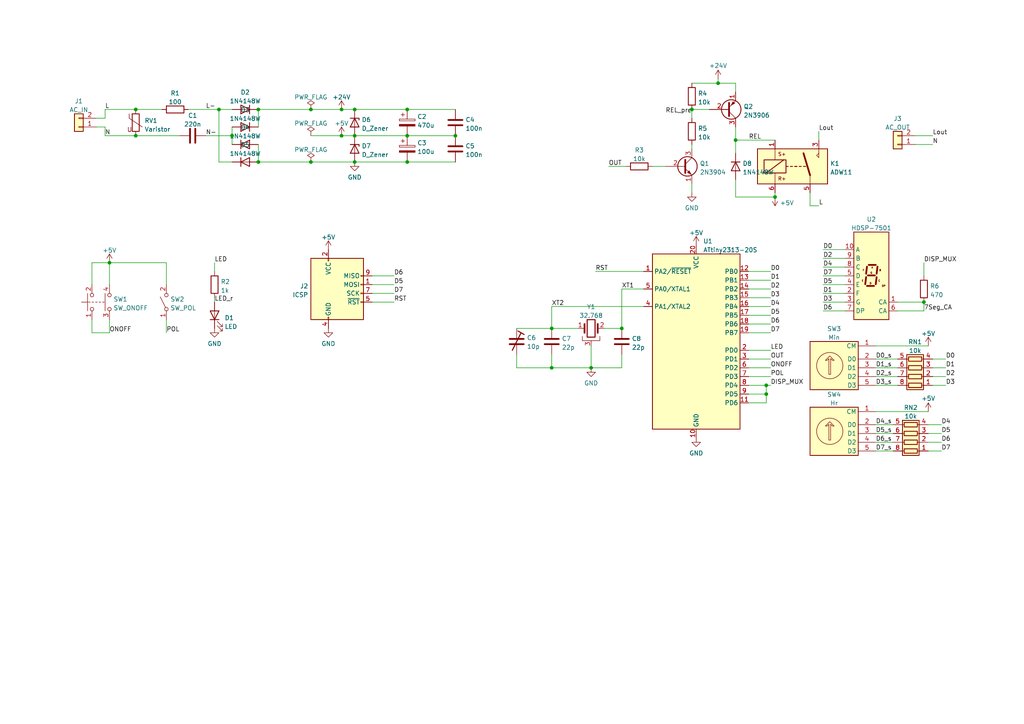
<source format=kicad_sch>
(kicad_sch (version 20211123) (generator eeschema)
  (paper "A4")
  (lib_symbols
    (symbol "Connector:AVR-ISP-10" (pin_names (offset 1.016))
      (property "Reference" "J" (at -6.35 11.43 0))
      (property "Value" "AVR-ISP-10" (at 0 11.43 0))
      (symbol "AVR-ISP-10_0_1"
        (rectangle (start -2.667 -6.858) (end -2.413 -7.62))
        (rectangle (start -2.667 10.16) (end -2.413 9.398))
        (rectangle (start 7.62 -2.413) (end 6.858 -2.667))
        (rectangle (start 7.62 0.127) (end 6.858 -0.127))
        (rectangle (start 7.62 2.667) (end 6.858 2.413))
        (rectangle (start 7.62 5.207) (end 6.858 4.953))
        (rectangle (start 7.62 10.16) (end -7.62 -7.62) (stroke (width 0.254)) (fill (type background)))
      )
      (symbol "AVR-ISP-10_1_1"
        (pin passive line (at 10.16 2.54 180) (length 2.54) (name "MOSI") (number "1"))
        (pin passive line (at -2.54 -10.16 90) (length 2.54) hide (name "GND") (number "10"))
        (pin passive line (at -2.54 12.7 270) (length 2.54) (name "VCC") (number "2"))
        (pin no_connect line (at 7.62 -5.08 180) (length 2.54) hide (name "NC") (number "3"))
        (pin passive line (at -2.54 -10.16 90) (length 2.54) (name "GND") (number "4"))
        (pin passive line (at 10.16 -2.54 180) (length 2.54) (name "~{RST}") (number "5"))
        (pin passive line (at -2.54 -10.16 90) (length 2.54) hide (name "GND") (number "6"))
        (pin passive line (at 10.16 0 180) (length 2.54) (name "SCK") (number "7"))
        (pin passive line (at -2.54 -10.16 90) (length 2.54) hide (name "GND") (number "8"))
        (pin passive line (at 10.16 5.08 180) (length 2.54) (name "MISO") (number "9"))
      )
    )
    (symbol "Connector_Generic:Conn_01x02" (pin_names (offset 1.016) hide)
      (property "Reference" "J" (at 0 2.54 0))
      (property "Value" "Conn_01x02" (at 0 -5.08 0))
      (symbol "Conn_01x02_1_1"
        (rectangle (start -1.27 -2.413) (end 0 -2.667) (stroke (width 0.1524)))
        (rectangle (start -1.27 0.127) (end 0 -0.127) (stroke (width 0.1524)))
        (rectangle (start -1.27 1.27) (end 1.27 -3.81) (stroke (width 0.254)) (fill (type background)))
        (pin passive line (at -5.08 0 0) (length 3.81) (name "Pin_1") (number "1"))
        (pin passive line (at -5.08 -2.54 0) (length 3.81) (name "Pin_2") (number "2"))
      )
    )
    (symbol "Device:C" (pin_numbers hide) (pin_names (offset 0.254))
      (property "Reference" "C" (at 0.635 2.54 0))
      (property "Value" "C" (at 0.635 -2.54 0))
      (symbol "C_0_1"
        (polyline (pts (xy -2.032 -0.762) (xy 2.032 -0.762)) (stroke (width 0.508)))
        (polyline (pts (xy -2.032 0.762) (xy 2.032 0.762)) (stroke (width 0.508)))
      )
      (symbol "C_1_1"
        (pin passive line (at 0 3.81 270) (length 2.794) (name "~") (number "1"))
        (pin passive line (at 0 -3.81 90) (length 2.794) (name "~") (number "2"))
      )
    )
    (symbol "Device:C_Polarized" (pin_numbers hide) (pin_names (offset 0.254))
      (property "Reference" "C" (at 0.635 2.54 0))
      (property "Value" "C_Polarized" (at 0.635 -2.54 0))
      (symbol "C_Polarized_0_1"
        (rectangle (start -2.286 0.508) (end 2.286 1.016))
        (polyline (pts (xy -1.778 2.286) (xy -0.762 2.286)))
        (polyline (pts (xy -1.27 2.794) (xy -1.27 1.778)))
        (rectangle (start 2.286 -0.508) (end -2.286 -1.016) (fill (type outline)))
      )
      (symbol "C_Polarized_1_1"
        (pin passive line (at 0 3.81 270) (length 2.794) (name "~") (number "1"))
        (pin passive line (at 0 -3.81 90) (length 2.794) (name "~") (number "2"))
      )
    )
    (symbol "Device:C_Trim" (pin_numbers hide) (pin_names (offset 0.254) hide)
      (property "Reference" "C" (at 1.524 -2.032 0))
      (property "Value" "C_Trim" (at 3.048 -3.556 0))
      (symbol "C_Trim_0_1"
        (polyline (pts (xy -2.032 -0.762) (xy 2.032 -0.762)) (stroke (width 0.508)))
        (polyline (pts (xy -2.032 0.762) (xy 2.032 0.762)) (stroke (width 0.508)))
        (polyline (pts (xy 1.27 2.54) (xy -1.27 -2.54)) (stroke (width 0.3048)))
        (polyline (pts (xy 1.27 2.54) (xy 0.381 3.048)) (stroke (width 0.3048)))
        (polyline (pts (xy 1.27 2.54) (xy 2.159 2.032)) (stroke (width 0.3048)))
      )
      (symbol "C_Trim_1_1"
        (pin passive line (at 0 3.81 270) (length 3.048) (name "~") (number "1"))
        (pin passive line (at 0 -3.81 90) (length 3.048) (name "~") (number "2"))
      )
    )
    (symbol "Device:Crystal_GND3" (pin_names (offset 1.016) hide)
      (property "Reference" "Y" (at 0 5.715 0))
      (property "Value" "Crystal_GND3" (at 0 3.81 0))
      (symbol "Crystal_GND3_0_1"
        (rectangle (start -1.143 2.54) (end 1.143 -2.54) (stroke (width 0.3048)))
        (polyline (pts (xy -2.54 0) (xy -1.905 0)))
        (polyline (pts (xy -1.905 -1.27) (xy -1.905 1.27)) (stroke (width 0.508)))
        (polyline (pts (xy 0 -3.81) (xy 0 -3.556)))
        (polyline (pts (xy 1.905 0) (xy 2.54 0)))
        (polyline (pts (xy 1.905 1.27) (xy 1.905 -1.27)) (stroke (width 0.508)))
        (polyline (pts (xy -2.54 -2.286) (xy -2.54 -3.556) (xy 2.54 -3.556) (xy 2.54 -2.286)))
      )
      (symbol "Crystal_GND3_1_1"
        (pin passive line (at -3.81 0 0) (length 1.27) (name "1") (number "1"))
        (pin passive line (at 3.81 0 180) (length 1.27) (name "2") (number "2"))
        (pin passive line (at 0 -5.08 90) (length 1.27) (name "3") (number "3"))
      )
    )
    (symbol "Device:D_Zener" (pin_numbers hide) (pin_names (offset 1.016) hide)
      (property "Reference" "D" (at 0 2.54 0))
      (property "Value" "D_Zener" (at 0 -2.54 0))
      (symbol "D_Zener_0_1"
        (polyline (pts (xy 1.27 0) (xy -1.27 0)))
        (polyline (pts (xy -1.27 -1.27) (xy -1.27 1.27) (xy -0.762 1.27)) (stroke (width 0.254)))
        (polyline (pts (xy 1.27 -1.27) (xy 1.27 1.27) (xy -1.27 0) (xy 1.27 -1.27)) (stroke (width 0.254)))
      )
      (symbol "D_Zener_1_1"
        (pin passive line (at -3.81 0 0) (length 2.54) (name "K") (number "1"))
        (pin passive line (at 3.81 0 180) (length 2.54) (name "A") (number "2"))
      )
    )
    (symbol "Device:LED" (pin_numbers hide) (pin_names (offset 1.016) hide)
      (property "Reference" "D" (at 0 2.54 0))
      (property "Value" "LED" (at 0 -2.54 0))
      (symbol "LED_0_1"
        (polyline (pts (xy -1.27 -1.27) (xy -1.27 1.27)) (stroke (width 0.254)))
        (polyline (pts (xy -1.27 0) (xy 1.27 0)))
        (polyline (pts (xy 1.27 -1.27) (xy 1.27 1.27) (xy -1.27 0) (xy 1.27 -1.27)) (stroke (width 0.254)))
        (polyline (pts (xy -3.048 -0.762) (xy -4.572 -2.286) (xy -3.81 -2.286) (xy -4.572 -2.286) (xy -4.572 -1.524)))
        (polyline (pts (xy -1.778 -0.762) (xy -3.302 -2.286) (xy -2.54 -2.286) (xy -3.302 -2.286) (xy -3.302 -1.524)))
      )
      (symbol "LED_1_1"
        (pin passive line (at -3.81 0 0) (length 2.54) (name "K") (number "1"))
        (pin passive line (at 3.81 0 180) (length 2.54) (name "A") (number "2"))
      )
    )
    (symbol "Device:R" (pin_numbers hide) (pin_names (offset 0))
      (property "Reference" "R" (at 2.032 0 90))
      (property "Value" "R" (at 0 0 90))
      (symbol "R_0_1"
        (rectangle (start -1.016 -2.54) (end 1.016 2.54) (stroke (width 0.254)))
      )
      (symbol "R_1_1"
        (pin passive line (at 0 3.81 270) (length 1.27) (name "~") (number "1"))
        (pin passive line (at 0 -3.81 90) (length 1.27) (name "~") (number "2"))
      )
    )
    (symbol "Device:R_Pack04" (pin_names (offset 0) hide)
      (property "Reference" "RN" (at -7.62 0 90))
      (property "Value" "R_Pack04" (at 5.08 0 90))
      (symbol "R_Pack04_0_1"
        (rectangle (start -6.35 -2.413) (end 3.81 2.413) (stroke (width 0.254)) (fill (type background)))
        (rectangle (start -5.715 1.905) (end -4.445 -1.905) (stroke (width 0.254)))
        (rectangle (start -3.175 1.905) (end -1.905 -1.905) (stroke (width 0.254)))
        (rectangle (start -0.635 1.905) (end 0.635 -1.905) (stroke (width 0.254)))
        (polyline (pts (xy -5.08 -2.54) (xy -5.08 -1.905)))
        (polyline (pts (xy -5.08 1.905) (xy -5.08 2.54)))
        (polyline (pts (xy -2.54 -2.54) (xy -2.54 -1.905)))
        (polyline (pts (xy -2.54 1.905) (xy -2.54 2.54)))
        (polyline (pts (xy 0 -2.54) (xy 0 -1.905)))
        (polyline (pts (xy 0 1.905) (xy 0 2.54)))
        (polyline (pts (xy 2.54 -2.54) (xy 2.54 -1.905)))
        (polyline (pts (xy 2.54 1.905) (xy 2.54 2.54)))
        (rectangle (start 1.905 1.905) (end 3.175 -1.905) (stroke (width 0.254)))
      )
      (symbol "R_Pack04_1_1"
        (pin passive line (at -5.08 -5.08 90) (length 2.54) (name "R1.1") (number "1"))
        (pin passive line (at -2.54 -5.08 90) (length 2.54) (name "R2.1") (number "2"))
        (pin passive line (at 0 -5.08 90) (length 2.54) (name "R3.1") (number "3"))
        (pin passive line (at 2.54 -5.08 90) (length 2.54) (name "R4.1") (number "4"))
        (pin passive line (at 2.54 5.08 270) (length 2.54) (name "R4.2") (number "5"))
        (pin passive line (at 0 5.08 270) (length 2.54) (name "R3.2") (number "6"))
        (pin passive line (at -2.54 5.08 270) (length 2.54) (name "R2.2") (number "7"))
        (pin passive line (at -5.08 5.08 270) (length 2.54) (name "R1.2") (number "8"))
      )
    )
    (symbol "Device:Varistor" (pin_numbers hide) (pin_names (offset 0))
      (property "Reference" "RV" (at 3.175 0 90))
      (property "Value" "Varistor" (at -3.175 0 90))
      (symbol "Varistor_0_0"
        (text "U" (at -1.778 -2.032 0) (effects (font (size 1.27 1.27))))
      )
      (symbol "Varistor_0_1"
        (rectangle (start -1.016 -2.54) (end 1.016 2.54) (stroke (width 0.254)))
        (polyline (pts (xy -1.905 2.54) (xy -1.905 1.27) (xy 1.905 -1.27)))
      )
      (symbol "Varistor_1_1"
        (pin passive line (at 0 3.81 270) (length 1.27) (name "~") (number "1"))
        (pin passive line (at 0 -3.81 90) (length 1.27) (name "~") (number "2"))
      )
    )
    (symbol "Diode:1N4148W" (pin_numbers hide) (pin_names (offset 1.016) hide)
      (property "Reference" "D" (at 0 2.54 0))
      (property "Value" "1N4148W" (at 0 -2.54 0))
      (symbol "1N4148W_0_1"
        (polyline (pts (xy -1.27 1.27) (xy -1.27 -1.27)) (stroke (width 0.254)))
        (polyline (pts (xy 1.27 0) (xy -1.27 0)))
        (polyline (pts (xy 1.27 1.27) (xy 1.27 -1.27) (xy -1.27 0) (xy 1.27 1.27)) (stroke (width 0.254)))
      )
      (symbol "1N4148W_1_1"
        (pin passive line (at -3.81 0 0) (length 2.54) (name "K") (number "1"))
        (pin passive line (at 3.81 0 180) (length 2.54) (name "A") (number "2"))
      )
    )
    (symbol "Display_Character:HDSP-7501"
      (property "Reference" "U" (at -3.81 13.97 0))
      (property "Value" "HDSP-7501" (at 6.35 13.97 0))
      (symbol "HDSP-7501_1_0"
        (text "A" (at 0.254 2.413 0) (effects (font (size 0.508 0.508))))
        (text "B" (at 2.54 1.651 0) (effects (font (size 0.508 0.508))))
        (text "C" (at 2.286 -1.397 0) (effects (font (size 0.508 0.508))))
        (text "D" (at -0.254 -2.159 0) (effects (font (size 0.508 0.508))))
        (text "DP" (at 3.556 -2.921 0) (effects (font (size 0.508 0.508))))
        (text "E" (at -2.54 -1.397 0) (effects (font (size 0.508 0.508))))
        (text "F" (at -2.286 1.651 0) (effects (font (size 0.508 0.508))))
        (text "G" (at 0 0.889 0) (effects (font (size 0.508 0.508))))
      )
      (symbol "HDSP-7501_1_1"
        (rectangle (start -5.08 12.7) (end 5.08 -12.7) (stroke (width 0.254)) (fill (type background)))
        (polyline (pts (xy -1.524 -0.381) (xy -1.778 -2.413)) (stroke (width 0.508)))
        (polyline (pts (xy -1.27 -2.921) (xy 0.762 -2.921)) (stroke (width 0.508)))
        (polyline (pts (xy -1.27 2.667) (xy -1.524 0.635)) (stroke (width 0.508)))
        (polyline (pts (xy -1.016 0.127) (xy 1.016 0.127)) (stroke (width 0.508)))
        (polyline (pts (xy -0.762 3.175) (xy 1.27 3.175)) (stroke (width 0.508)))
        (polyline (pts (xy 1.524 -0.381) (xy 1.27 -2.413)) (stroke (width 0.508)))
        (polyline (pts (xy 1.778 2.667) (xy 1.524 0.635)) (stroke (width 0.508)))
        (polyline (pts (xy 2.54 -2.921) (xy 2.54 -2.921)) (stroke (width 0.508)))
        (pin input line (at 7.62 -7.62 180) (length 2.54) (name "CA") (number "1"))
        (pin input line (at -7.62 7.62 0) (length 2.54) (name "A") (number "10"))
        (pin input line (at -7.62 -5.08 0) (length 2.54) (name "F") (number "2"))
        (pin input line (at -7.62 -7.62 0) (length 2.54) (name "G") (number "3"))
        (pin input line (at -7.62 -2.54 0) (length 2.54) (name "E") (number "4"))
        (pin input line (at -7.62 0 0) (length 2.54) (name "D") (number "5"))
        (pin input line (at 7.62 -10.16 180) (length 2.54) (name "CA") (number "6"))
        (pin input line (at -7.62 -10.16 0) (length 2.54) (name "DP") (number "7"))
        (pin input line (at -7.62 2.54 0) (length 2.54) (name "C") (number "8"))
        (pin input line (at -7.62 5.08 0) (length 2.54) (name "B") (number "9"))
      )
    )
    (symbol "MCU_Microchip_ATtiny:ATtiny2313-20S"
      (property "Reference" "U" (at -12.7 26.67 0))
      (property "Value" "ATtiny2313-20S" (at 2.54 -26.67 0))
      (symbol "ATtiny2313-20S_0_1"
        (rectangle (start -12.7 -25.4) (end 12.7 25.4) (stroke (width 0.254)) (fill (type background)))
      )
      (symbol "ATtiny2313-20S_1_1"
        (pin bidirectional line (at -15.24 20.32 0) (length 2.54) (name "PA2/~{RESET}") (number "1"))
        (pin power_in line (at 0 -27.94 90) (length 2.54) (name "GND") (number "10"))
        (pin bidirectional line (at 15.24 -17.78 180) (length 2.54) (name "PD6") (number "11"))
        (pin bidirectional line (at 15.24 20.32 180) (length 2.54) (name "PB0") (number "12"))
        (pin bidirectional line (at 15.24 17.78 180) (length 2.54) (name "PB1") (number "13"))
        (pin bidirectional line (at 15.24 15.24 180) (length 2.54) (name "PB2") (number "14"))
        (pin bidirectional line (at 15.24 12.7 180) (length 2.54) (name "PB3") (number "15"))
        (pin bidirectional line (at 15.24 10.16 180) (length 2.54) (name "PB4") (number "16"))
        (pin bidirectional line (at 15.24 7.62 180) (length 2.54) (name "PB5") (number "17"))
        (pin bidirectional line (at 15.24 5.08 180) (length 2.54) (name "PB6") (number "18"))
        (pin bidirectional line (at 15.24 2.54 180) (length 2.54) (name "PB7") (number "19"))
        (pin bidirectional line (at 15.24 -2.54 180) (length 2.54) (name "PD0") (number "2"))
        (pin power_in line (at 0 27.94 270) (length 2.54) (name "VCC") (number "20"))
        (pin bidirectional line (at 15.24 -5.08 180) (length 2.54) (name "PD1") (number "3"))
        (pin bidirectional line (at -15.24 10.16 0) (length 2.54) (name "PA1/XTAL2") (number "4"))
        (pin bidirectional line (at -15.24 15.24 0) (length 2.54) (name "PA0/XTAL1") (number "5"))
        (pin bidirectional line (at 15.24 -7.62 180) (length 2.54) (name "PD2") (number "6"))
        (pin bidirectional line (at 15.24 -10.16 180) (length 2.54) (name "PD3") (number "7"))
        (pin bidirectional line (at 15.24 -12.7 180) (length 2.54) (name "PD4") (number "8"))
        (pin bidirectional line (at 15.24 -15.24 180) (length 2.54) (name "PD5") (number "9"))
      )
    )
    (symbol "Relay:ADW11"
      (property "Reference" "K" (at 11.43 3.81 0))
      (property "Value" "ADW11" (at 13.97 1.27 0))
      (symbol "ADW11_1_1"
        (rectangle (start -10.16 5.08) (end 10.16 -5.08) (stroke (width 0.254)) (fill (type background)))
        (rectangle (start -8.255 1.905) (end -1.905 -1.905) (stroke (width 0.254)))
        (polyline (pts (xy -7.62 -1.905) (xy -2.54 1.905)) (stroke (width 0.254)))
        (polyline (pts (xy -5.08 -5.08) (xy -5.08 -1.905)))
        (polyline (pts (xy -5.08 5.08) (xy -5.08 1.905)))
        (polyline (pts (xy -1.905 0) (xy -1.27 0)) (stroke (width 0.254)))
        (polyline (pts (xy -0.635 0) (xy 0 0)) (stroke (width 0.254)))
        (polyline (pts (xy 0.635 0) (xy 1.27 0)) (stroke (width 0.254)))
        (polyline (pts (xy 0.635 0) (xy 1.27 0)) (stroke (width 0.254)))
        (polyline (pts (xy 1.905 0) (xy 2.54 0)) (stroke (width 0.254)))
        (polyline (pts (xy 3.175 0) (xy 3.81 0)) (stroke (width 0.254)))
        (polyline (pts (xy 5.08 -2.54) (xy 3.175 3.81)) (stroke (width 0.508)))
        (polyline (pts (xy 5.08 -2.54) (xy 5.08 -5.08)))
        (polyline (pts (xy 7.62 3.81) (xy 7.62 5.08)))
        (polyline (pts (xy 7.62 3.81) (xy 7.62 2.54) (xy 6.985 3.175) (xy 7.62 3.81)))
        (text "R+" (at -3.048 -3.556 0) (effects (font (size 1.016 1.016))))
        (text "S+" (at -3.048 3.556 0) (effects (font (size 1.016 1.016))))
        (pin passive line (at -5.08 7.62 270) (length 2.54) (name "~") (number "1"))
        (pin passive line (at 7.62 7.62 270) (length 2.54) (name "~") (number "3"))
        (pin passive line (at 5.08 -7.62 90) (length 2.54) (name "~") (number "5"))
        (pin passive line (at -5.08 -7.62 90) (length 2.54) (name "~") (number "6"))
      )
    )
    (symbol "Switch:SW_Coded"
      (property "Reference" "SW" (at -6.35 8.89 0))
      (property "Value" "SW_Coded" (at -6.35 -7.62 0))
      (symbol "SW_Coded_0_1"
        (circle (center -0.635 0.635) (radius 3.81))
        (polyline (pts (xy -0.889 -1.905) (xy -0.889 2.667) (xy -1.397 2.159) (xy -1.905 2.159) (xy -0.635 3.429) (xy 0.635 2.159) (xy 0.127 2.159) (xy -0.381 2.667) (xy -0.381 -1.905) (xy -0.889 -1.905) (xy -0.889 -1.905)))
        (rectangle (start 7.62 7.62) (end -6.35 -6.35) (stroke (width 0.254)) (fill (type background)))
      )
      (symbol "SW_Coded_1_1"
        (pin passive line (at 12.7 6.35 180) (length 5.08) (name "CM") (number "1"))
        (pin passive line (at 12.7 2.54 180) (length 5.08) (name "D0") (number "2"))
        (pin passive line (at 12.7 0 180) (length 5.08) (name "D1") (number "3"))
        (pin passive line (at 12.7 -2.54 180) (length 5.08) (name "D2") (number "4"))
        (pin passive line (at 12.7 -5.08 180) (length 5.08) (name "D3") (number "5"))
      )
    )
    (symbol "Switch:SW_Push_Dual" (pin_names (offset 1.016) hide)
      (property "Reference" "SW" (at 1.27 2.54 0))
      (property "Value" "SW_Push_Dual" (at 0 -6.858 0))
      (symbol "SW_Push_Dual_0_1"
        (circle (center -2.032 -5.08) (radius 0.508))
        (circle (center -2.032 0) (radius 0.508))
        (polyline (pts (xy 0 -3.048) (xy 0 -3.556)))
        (polyline (pts (xy 0 -2.032) (xy 0 -2.54)))
        (polyline (pts (xy 0 -1.524) (xy 0 -1.016)))
        (polyline (pts (xy 0 -0.508) (xy 0 0)))
        (polyline (pts (xy 0 0.508) (xy 0 1.016)))
        (polyline (pts (xy 0 1.27) (xy 0 3.048)))
        (polyline (pts (xy 2.54 -3.81) (xy -2.54 -3.81)))
        (polyline (pts (xy 2.54 1.27) (xy -2.54 1.27)))
        (circle (center 2.032 -5.08) (radius 0.508))
        (circle (center 2.032 0) (radius 0.508))
        (pin passive line (at -5.08 0 0) (length 2.54) (name "1") (number "1"))
        (pin passive line (at 5.08 0 180) (length 2.54) (name "2") (number "2"))
        (pin passive line (at -5.08 -5.08 0) (length 2.54) (name "3") (number "3"))
        (pin passive line (at 5.08 -5.08 180) (length 2.54) (name "4") (number "4"))
      )
    )
    (symbol "Switch:SW_SPST" (pin_names (offset 0) hide)
      (property "Reference" "SW" (at 0 3.175 0))
      (property "Value" "SW_SPST" (at 0 -2.54 0))
      (symbol "SW_SPST_0_0"
        (circle (center -2.032 0) (radius 0.508))
        (polyline (pts (xy -1.524 0.254) (xy 1.524 1.778)))
        (circle (center 2.032 0) (radius 0.508))
      )
      (symbol "SW_SPST_1_1"
        (pin passive line (at -5.08 0 0) (length 2.54) (name "A") (number "1"))
        (pin passive line (at 5.08 0 180) (length 2.54) (name "B") (number "2"))
      )
    )
    (symbol "Transistor_BJT:2N3904" (pin_names (offset 0) hide)
      (property "Reference" "Q" (at 5.08 1.905 0))
      (property "Value" "2N3904" (at 5.08 0 0))
      (symbol "2N3904_0_1"
        (polyline (pts (xy 0.635 0.635) (xy 2.54 2.54)))
        (polyline (pts (xy 0.635 -0.635) (xy 2.54 -2.54) (xy 2.54 -2.54)))
        (polyline (pts (xy 0.635 1.905) (xy 0.635 -1.905) (xy 0.635 -1.905)) (stroke (width 0.508)))
        (polyline (pts (xy 1.27 -1.778) (xy 1.778 -1.27) (xy 2.286 -2.286) (xy 1.27 -1.778) (xy 1.27 -1.778)) (fill (type outline)))
        (circle (center 1.27 0) (radius 2.8194) (stroke (width 0.254)))
      )
      (symbol "2N3904_1_1"
        (pin passive line (at 2.54 -5.08 90) (length 2.54) (name "E") (number "1"))
        (pin passive line (at -5.08 0 0) (length 5.715) (name "B") (number "2"))
        (pin passive line (at 2.54 5.08 270) (length 2.54) (name "C") (number "3"))
      )
    )
    (symbol "Transistor_BJT:2N3906" (pin_names (offset 0) hide)
      (property "Reference" "Q" (at 5.08 1.905 0))
      (property "Value" "2N3906" (at 5.08 0 0))
      (symbol "2N3906_0_1"
        (polyline (pts (xy 0.635 0.635) (xy 2.54 2.54)))
        (polyline (pts (xy 0.635 -0.635) (xy 2.54 -2.54) (xy 2.54 -2.54)))
        (polyline (pts (xy 0.635 1.905) (xy 0.635 -1.905) (xy 0.635 -1.905)) (stroke (width 0.508)))
        (polyline (pts (xy 2.286 -1.778) (xy 1.778 -2.286) (xy 1.27 -1.27) (xy 2.286 -1.778) (xy 2.286 -1.778)) (fill (type outline)))
        (circle (center 1.27 0) (radius 2.8194) (stroke (width 0.254)))
      )
      (symbol "2N3906_1_1"
        (pin passive line (at 2.54 -5.08 90) (length 2.54) (name "E") (number "1"))
        (pin input line (at -5.08 0 0) (length 5.715) (name "B") (number "2"))
        (pin passive line (at 2.54 5.08 270) (length 2.54) (name "C") (number "3"))
      )
    )
    (symbol "power:+24V" (power) (pin_names (offset 0))
      (property "Value" "+24V" (at 0 3.556 0))
      (symbol "+24V_0_1"
        (polyline (pts (xy -0.762 1.27) (xy 0 2.54)))
        (polyline (pts (xy 0 0) (xy 0 2.54)))
        (polyline (pts (xy 0 2.54) (xy 0.762 1.27)))
      )
      (symbol "+24V_1_1"
        (pin power_in line (at 0 0 90) (length 0) hide (name "+24V") (number "1"))
      )
    )
    (symbol "power:+5V" (power) (pin_names (offset 0))
      (property "Value" "+5V" (at 0 3.556 0))
      (symbol "+5V_0_1"
        (polyline (pts (xy -0.762 1.27) (xy 0 2.54)))
        (polyline (pts (xy 0 0) (xy 0 2.54)))
        (polyline (pts (xy 0 2.54) (xy 0.762 1.27)))
      )
      (symbol "+5V_1_1"
        (pin power_in line (at 0 0 90) (length 0) hide (name "+5V") (number "1"))
      )
    )
    (symbol "power:GND" (power) (pin_names (offset 0))
      (property "Value" "GND" (at 0 -3.81 0))
      (symbol "GND_0_1"
        (polyline (pts (xy 0 0) (xy 0 -1.27) (xy 1.27 -1.27) (xy 0 -2.54) (xy -1.27 -1.27) (xy 0 -1.27)))
      )
      (symbol "GND_1_1"
        (pin power_in line (at 0 0 270) (length 0) hide (name "GND") (number "1"))
      )
    )
    (symbol "power:PWR_FLAG" (power) (pin_numbers hide) (pin_names (offset 0) hide)
      (property "Value" "PWR_FLAG" (at 0 3.81 0))
      (symbol "PWR_FLAG_0_0"
        (pin power_out line (at 0 0 90) (length 0) (name "pwr") (number "1"))
      )
      (symbol "PWR_FLAG_0_1"
        (polyline (pts (xy 0 0) (xy 0 1.27) (xy -1.016 1.905) (xy 0 2.54) (xy 1.016 1.905) (xy 0 1.27)))
      )
    )
  )
  (junction (at 200.66 31.75))
  (junction (at 118.11 31.75))
  (junction (at 118.11 46.99))
  (junction (at 31.75 76.2))
  (junction (at 132.08 39.37))
  (junction (at 160.02 95.25))
  (junction (at 102.87 31.75))
  (junction (at 99.06 39.37))
  (junction (at 171.45 106.68))
  (junction (at 90.17 31.75))
  (junction (at 90.17 46.99))
  (junction (at 67.31 39.37))
  (junction (at 224.79 57.15))
  (junction (at 213.36 40.64))
  (junction (at 63.5 31.75))
  (junction (at 118.11 39.37))
  (junction (at 99.06 31.75))
  (junction (at 39.37 31.75))
  (junction (at 208.28 24.13))
  (junction (at 74.93 31.75))
  (junction (at 222.25 111.76))
  (junction (at 102.87 46.99))
  (junction (at 267.97 87.63))
  (junction (at 102.87 39.37))
  (junction (at 160.02 106.68))
  (junction (at 222.25 114.3))
  (junction (at 180.34 95.25))
  (junction (at 39.37 39.37))
  (junction (at 74.93 46.99))
  (wire (pts (xy 74.93 41.91) (xy 74.93 46.99)))
  (wire (pts (xy 102.87 46.99) (xy 118.11 46.99)))
  (wire (pts (xy 26.67 96.52) (xy 31.75 96.52)))
  (wire (pts (xy 186.69 88.9) (xy 160.02 88.9)))
  (wire (pts (xy 90.17 31.75) (xy 99.06 31.75)))
  (wire (pts (xy 237.49 38.1) (xy 237.49 40.64)))
  (wire (pts (xy 269.24 130.81) (xy 273.05 130.81)))
  (wire (pts (xy 238.76 74.93) (xy 245.11 74.93)))
  (wire (pts (xy 186.69 83.82) (xy 180.34 83.82)))
  (wire (pts (xy 160.02 106.68) (xy 171.45 106.68)))
  (wire (pts (xy 30.48 31.75) (xy 39.37 31.75)))
  (wire (pts (xy 63.5 46.99) (xy 63.5 31.75)))
  (wire (pts (xy 31.75 76.2) (xy 48.26 76.2)))
  (wire (pts (xy 238.76 90.17) (xy 245.11 90.17)))
  (wire (pts (xy 149.86 102.87) (xy 149.86 106.68)))
  (wire (pts (xy 160.02 88.9) (xy 160.02 95.25)))
  (wire (pts (xy 39.37 39.37) (xy 52.07 39.37)))
  (wire (pts (xy 180.34 106.68) (xy 171.45 106.68)))
  (wire (pts (xy 217.17 106.68) (xy 223.52 106.68)))
  (wire (pts (xy 217.17 96.52) (xy 223.52 96.52)))
  (wire (pts (xy 269.24 128.27) (xy 273.05 128.27)))
  (wire (pts (xy 208.28 24.13) (xy 213.36 24.13)))
  (wire (pts (xy 30.48 36.83) (xy 30.48 39.37)))
  (wire (pts (xy 107.95 87.63) (xy 114.3 87.63)))
  (wire (pts (xy 63.5 31.75) (xy 67.31 31.75)))
  (wire (pts (xy 160.02 95.25) (xy 167.64 95.25)))
  (wire (pts (xy 238.76 72.39) (xy 245.11 72.39)))
  (wire (pts (xy 217.17 86.36) (xy 223.52 86.36)))
  (wire (pts (xy 254 130.81) (xy 259.08 130.81)))
  (wire (pts (xy 213.36 52.07) (xy 213.36 57.15)))
  (wire (pts (xy 208.28 24.13) (xy 208.28 22.86)))
  (wire (pts (xy 217.17 109.22) (xy 223.52 109.22)))
  (wire (pts (xy 254 125.73) (xy 259.08 125.73)))
  (wire (pts (xy 260.35 87.63) (xy 267.97 87.63)))
  (wire (pts (xy 254 123.19) (xy 259.08 123.19)))
  (wire (pts (xy 270.51 111.76) (xy 274.32 111.76)))
  (wire (pts (xy 149.86 106.68) (xy 160.02 106.68)))
  (wire (pts (xy 222.25 114.3) (xy 222.25 116.84)))
  (wire (pts (xy 217.17 78.74) (xy 223.52 78.74)))
  (wire (pts (xy 238.76 85.09) (xy 245.11 85.09)))
  (wire (pts (xy 222.25 116.84) (xy 217.17 116.84)))
  (wire (pts (xy 118.11 39.37) (xy 132.08 39.37)))
  (wire (pts (xy 107.95 85.09) (xy 114.3 85.09)))
  (wire (pts (xy 180.34 83.82) (xy 180.34 95.25)))
  (wire (pts (xy 74.93 46.99) (xy 90.17 46.99)))
  (wire (pts (xy 200.66 31.75) (xy 205.74 31.75)))
  (wire (pts (xy 102.87 39.37) (xy 118.11 39.37)))
  (wire (pts (xy 160.02 102.87) (xy 160.02 106.68)))
  (wire (pts (xy 62.23 86.36) (xy 62.23 87.63)))
  (wire (pts (xy 254 111.76) (xy 260.35 111.76)))
  (wire (pts (xy 118.11 31.75) (xy 132.08 31.75)))
  (wire (pts (xy 265.43 41.91) (xy 270.51 41.91)))
  (wire (pts (xy 200.66 31.75) (xy 200.66 34.29)))
  (wire (pts (xy 48.26 92.71) (xy 48.26 96.52)))
  (wire (pts (xy 102.87 31.75) (xy 118.11 31.75)))
  (wire (pts (xy 107.95 82.55) (xy 114.3 82.55)))
  (wire (pts (xy 118.11 46.99) (xy 132.08 46.99)))
  (wire (pts (xy 175.26 95.25) (xy 180.34 95.25)))
  (wire (pts (xy 217.17 83.82) (xy 223.52 83.82)))
  (wire (pts (xy 213.36 40.64) (xy 213.36 36.83)))
  (wire (pts (xy 99.06 31.75) (xy 102.87 31.75)))
  (wire (pts (xy 67.31 46.99) (xy 63.5 46.99)))
  (wire (pts (xy 254 109.22) (xy 260.35 109.22)))
  (wire (pts (xy 67.31 36.83) (xy 67.31 39.37)))
  (wire (pts (xy 237.49 59.69) (xy 234.95 59.69)))
  (wire (pts (xy 222.25 111.76) (xy 223.52 111.76)))
  (wire (pts (xy 200.66 53.34) (xy 200.66 55.88)))
  (wire (pts (xy 62.23 76.2) (xy 62.23 78.74)))
  (wire (pts (xy 213.36 57.15) (xy 224.79 57.15)))
  (wire (pts (xy 90.17 39.37) (xy 99.06 39.37)))
  (wire (pts (xy 74.93 31.75) (xy 74.93 36.83)))
  (wire (pts (xy 26.67 92.71) (xy 26.67 96.52)))
  (wire (pts (xy 90.17 46.99) (xy 102.87 46.99)))
  (wire (pts (xy 54.61 31.75) (xy 63.5 31.75)))
  (wire (pts (xy 67.31 39.37) (xy 67.31 41.91)))
  (wire (pts (xy 74.93 31.75) (xy 90.17 31.75)))
  (wire (pts (xy 234.95 59.69) (xy 234.95 55.88)))
  (wire (pts (xy 224.79 57.15) (xy 224.79 55.88)))
  (wire (pts (xy 217.17 88.9) (xy 223.52 88.9)))
  (wire (pts (xy 217.17 101.6) (xy 223.52 101.6)))
  (wire (pts (xy 217.17 114.3) (xy 222.25 114.3)))
  (wire (pts (xy 180.34 102.87) (xy 180.34 106.68)))
  (wire (pts (xy 238.76 80.01) (xy 245.11 80.01)))
  (wire (pts (xy 270.51 106.68) (xy 274.32 106.68)))
  (wire (pts (xy 30.48 36.83) (xy 27.94 36.83)))
  (wire (pts (xy 238.76 77.47) (xy 245.11 77.47)))
  (wire (pts (xy 217.17 91.44) (xy 223.52 91.44)))
  (wire (pts (xy 31.75 76.2) (xy 31.75 82.55)))
  (wire (pts (xy 267.97 87.63) (xy 267.97 90.17)))
  (wire (pts (xy 254 128.27) (xy 259.08 128.27)))
  (wire (pts (xy 222.25 111.76) (xy 222.25 114.3)))
  (wire (pts (xy 217.17 104.14) (xy 223.52 104.14)))
  (wire (pts (xy 189.23 48.26) (xy 193.04 48.26)))
  (wire (pts (xy 217.17 111.76) (xy 222.25 111.76)))
  (wire (pts (xy 107.95 80.01) (xy 114.3 80.01)))
  (wire (pts (xy 270.51 104.14) (xy 274.32 104.14)))
  (wire (pts (xy 238.76 87.63) (xy 245.11 87.63)))
  (wire (pts (xy 269.24 123.19) (xy 273.05 123.19)))
  (wire (pts (xy 254 106.68) (xy 260.35 106.68)))
  (wire (pts (xy 254 100.33) (xy 269.24 100.33)))
  (wire (pts (xy 200.66 41.91) (xy 200.66 43.18)))
  (wire (pts (xy 171.45 106.68) (xy 171.45 100.33)))
  (wire (pts (xy 30.48 31.75) (xy 30.48 34.29)))
  (wire (pts (xy 267.97 76.2) (xy 267.97 80.01)))
  (wire (pts (xy 26.67 76.2) (xy 31.75 76.2)))
  (wire (pts (xy 224.79 40.64) (xy 213.36 40.64)))
  (wire (pts (xy 59.69 39.37) (xy 67.31 39.37)))
  (wire (pts (xy 26.67 82.55) (xy 26.67 76.2)))
  (wire (pts (xy 269.24 125.73) (xy 273.05 125.73)))
  (wire (pts (xy 39.37 31.75) (xy 46.99 31.75)))
  (wire (pts (xy 99.06 39.37) (xy 102.87 39.37)))
  (wire (pts (xy 176.53 48.26) (xy 181.61 48.26)))
  (wire (pts (xy 48.26 76.2) (xy 48.26 82.55)))
  (wire (pts (xy 217.17 81.28) (xy 223.52 81.28)))
  (wire (pts (xy 213.36 24.13) (xy 213.36 26.67)))
  (wire (pts (xy 213.36 40.64) (xy 213.36 44.45)))
  (wire (pts (xy 265.43 39.37) (xy 270.51 39.37)))
  (wire (pts (xy 31.75 96.52) (xy 31.75 92.71)))
  (wire (pts (xy 149.86 95.25) (xy 160.02 95.25)))
  (wire (pts (xy 260.35 90.17) (xy 267.97 90.17)))
  (wire (pts (xy 200.66 24.13) (xy 208.28 24.13)))
  (wire (pts (xy 30.48 39.37) (xy 39.37 39.37)))
  (wire (pts (xy 30.48 34.29) (xy 27.94 34.29)))
  (wire (pts (xy 254 104.14) (xy 260.35 104.14)))
  (wire (pts (xy 254 119.38) (xy 269.24 119.38)))
  (wire (pts (xy 270.51 109.22) (xy 274.32 109.22)))
  (wire (pts (xy 172.72 78.74) (xy 186.69 78.74)))
  (wire (pts (xy 238.76 82.55) (xy 245.11 82.55)))
  (wire (pts (xy 217.17 93.98) (xy 223.52 93.98)))
  (label "D6" (at 223.52 93.98 0))
  (label "L" (at 237.49 59.69 0))
  (label "D2" (at 274.32 109.22 0))
  (label "D6" (at 114.3 80.01 0))
  (label "D4" (at 223.52 88.9 0))
  (label "D3_s" (at 254 111.76 0))
  (label "D1" (at 274.32 106.68 0))
  (label "D1" (at 223.52 81.28 0))
  (label "D5" (at 273.05 125.73 0))
  (label "D4_s" (at 254 123.19 0))
  (label "N-" (at 59.69 39.37 0))
  (label "D5" (at 238.76 82.55 0))
  (label "LED" (at 223.52 101.6 0))
  (label "LED" (at 62.23 76.2 0))
  (label "D3" (at 223.52 86.36 0))
  (label "D0_s" (at 254 104.14 0))
  (label "XT1" (at 180.34 83.82 0))
  (label "D4" (at 238.76 77.47 0))
  (label "OUT" (at 223.52 104.14 0))
  (label "REL" (at 217.17 40.64 0))
  (label "RST" (at 114.3 87.63 0))
  (label "POL" (at 48.26 96.52 0))
  (label "D5" (at 223.52 91.44 0))
  (label "ONOFF" (at 31.75 96.52 0))
  (label "D7_s" (at 254 130.81 0))
  (label "D3" (at 238.76 87.63 0))
  (label "D2" (at 238.76 74.93 0))
  (label "D3" (at 274.32 111.76 0))
  (label "D0" (at 238.76 72.39 0))
  (label "D6" (at 238.76 90.17 0))
  (label "D0" (at 274.32 104.14 0))
  (label "D7" (at 238.76 80.01 0))
  (label "ONOFF" (at 223.52 106.68 0))
  (label "N" (at 30.48 39.37 0))
  (label "D5_s" (at 254 125.73 0))
  (label "XT2" (at 160.02 88.9 0))
  (label "Lout" (at 237.49 38.1 0))
  (label "D5" (at 114.3 82.55 0))
  (label "REL_pre" (at 200.66 33.02 180))
  (label "RST" (at 172.72 78.74 0))
  (label "D2_s" (at 254 109.22 0))
  (label "D1" (at 238.76 85.09 0))
  (label "OUT" (at 176.53 48.26 0))
  (label "L" (at 30.48 31.75 0))
  (label "N" (at 270.51 41.91 0))
  (label "D2" (at 223.52 83.82 0))
  (label "D1_s" (at 254 106.68 0))
  (label "Lout" (at 270.51 39.37 0))
  (label "D6_s" (at 254 128.27 0))
  (label "DISP_MUX" (at 223.52 111.76 0))
  (label "LED_r" (at 62.23 87.63 0))
  (label "POL" (at 223.52 109.22 0))
  (label "D6" (at 273.05 128.27 0))
  (label "D7" (at 273.05 130.81 0))
  (label "D4" (at 273.05 123.19 0))
  (label "7Seg_CA" (at 267.97 90.17 0))
  (label "D7" (at 223.52 96.52 0))
  (label "DISP_MUX" (at 267.97 76.2 0))
  (label "L-" (at 59.69 31.75 0))
  (label "D0" (at 223.52 78.74 0))
  (label "D7" (at 114.3 85.09 0))
  (symbol (lib_id "Device:Varistor") (at 39.37 35.56 0) (unit 1)
    (property "Reference" "RV1" (at 41.91 34.9785 0) (effects (justify left)))
    (property "Value" "Varistor" (at 41.91 37.5154 0) (effects (justify left)))
    (property "Footprint" "Varistor:RV_Disc_D12mm_W4.6mm_P7.5mm" (effects hide))
  )
  (symbol (lib_id "Device:C") (at 55.88 39.37 90) (unit 1)
    (property "Reference" "C1" (at 55.88 33.5112 90))
    (property "Value" "220n" (at 55.88 36.0481 90))
    (property "Footprint" "Capacitor_THT:C_Rect_L26.5mm_W8.5mm_P22.50mm_MKS4" (effects hide))
  )
  (symbol (lib_id "Device:C") (at 132.08 43.18 0) (unit 1)
    (property "Reference" "C5" (at 135.001 42.3453 0) (effects (justify left)))
    (property "Value" "100n" (at 135.001 44.8822 0) (effects (justify left)))
    (property "Footprint" "Capacitor_SMD:C_0603_1608Metric_Pad1.08x0.95mm_HandSolder" (effects hide))
  )
  (symbol (lib_id "power:GND") (at 171.45 106.68 0) (unit 1)
    (property "Reference" "#PWR08" (effects hide))
    (property "Value" "GND" (at 171.45 111.1234 0))
  )
  (symbol (lib_id "power:GND") (at 201.93 127 0) (unit 1)
    (property "Reference" "#PWR011" (effects hide))
    (property "Value" "GND" (at 201.93 131.4434 0))
  )
  (symbol (lib_id "power:+5V") (at 31.75 76.2 0) (unit 1)
    (property "Reference" "#PWR01" (effects hide))
    (property "Value" "+5V" (at 31.75 72.6242 0))
  )
  (symbol (lib_id "power:+5V") (at 224.79 57.15 180) (unit 1)
    (property "Reference" "#PWR013" (effects hide))
    (property "Value" "+5V" (at 226.187 58.8538 0) (effects (justify right)))
  )
  (symbol (lib_id "Diode:1N4148W") (at 71.12 31.75 180) (unit 1)
    (property "Reference" "D2" (at 71.12 26.7802 0))
    (property "Value" "1N4148W" (at 71.12 29.3171 0))
    (property "Footprint" "Diode_SMD:D_SOD-123" (effects hide))
    (property "Datasheet" "https://www.vishay.com/docs/85748/1n4148w.pdf" (effects hide))
  )
  (symbol (lib_id "Device:C") (at 132.08 35.56 0) (unit 1)
    (property "Reference" "C4" (at 135.001 34.7253 0) (effects (justify left)))
    (property "Value" "100n" (at 135.001 37.2622 0) (effects (justify left)))
    (property "Footprint" "Capacitor_SMD:C_0603_1608Metric_Pad1.08x0.95mm_HandSolder" (effects hide))
  )
  (symbol (lib_id "power:+5V") (at 269.24 119.38 0) (unit 1)
    (property "Reference" "#PWR015" (effects hide))
    (property "Value" "+5V" (at 269.24 115.57 0))
  )
  (symbol (lib_id "Connector_Generic:Conn_01x02") (at 22.86 36.83 180) (unit 1)
    (property "Reference" "J1" (at 22.86 29.3202 0))
    (property "Value" "AC_IN" (at 22.86 31.8571 0))
    (property "Footprint" "TerminalBlock:TerminalBlock_bornier-2_P5.08mm" (effects hide))
  )
  (symbol (lib_id "Device:C_Trim") (at 149.86 99.06 0) (unit 1)
    (property "Reference" "C6" (at 152.8064 97.9713 0) (effects (justify left)))
    (property "Value" "10p" (at 152.8064 100.5082 0) (effects (justify left)))
  )
  (symbol (lib_id "Device:C") (at 160.02 99.06 0) (unit 1)
    (property "Reference" "C7" (at 162.941 98.2253 0) (effects (justify left)))
    (property "Value" "22p" (at 162.941 100.7622 0) (effects (justify left)))
    (property "Footprint" "Capacitor_SMD:C_0603_1608Metric_Pad1.08x0.95mm_HandSolder" (effects hide))
  )
  (symbol (lib_id "Diode:1N4148W") (at 71.12 36.83 180) (unit 1)
    (property "Reference" "D3" (at 71.12 31.8602 0))
    (property "Value" "1N4148W" (at 71.12 34.3971 0))
    (property "Footprint" "Diode_SMD:D_SOD-123" (effects hide))
    (property "Datasheet" "https://www.vishay.com/docs/85748/1n4148w.pdf" (effects hide))
  )
  (symbol (lib_id "power:+5V") (at 201.93 71.12 0) (unit 1)
    (property "Reference" "#PWR010" (effects hide))
    (property "Value" "+5V" (at 201.93 67.5442 0))
  )
  (symbol (lib_id "Switch:SW_Coded") (at 241.3 106.68 0) (unit 1)
    (property "Reference" "SW3" (at 241.935 95.3602 0))
    (property "Value" "Min" (at 241.935 97.8971 0))
    (property "Footprint" "Connector_PinHeader_2.54mm:PinHeader_1x05_P2.54mm_Vertical" (effects hide))
  )
  (symbol (lib_id "Device:R_Pack04") (at 264.16 125.73 90) (unit 1)
    (property "Reference" "RN2" (at 264.16 118.2202 90))
    (property "Value" "10k" (at 264.16 120.7571 90))
    (property "Footprint" "Resistor_SMD:R_Array_Concave_4x0603" (effects hide))
  )
  (symbol (lib_id "Device:C_Polarized") (at 118.11 35.56 0) (unit 1)
    (property "Reference" "C2" (at 121.031 33.8363 0) (effects (justify left)))
    (property "Value" "470u" (at 121.031 36.3732 0) (effects (justify left)))
    (property "Footprint" "Capacitor_THT:CP_Radial_D10.0mm_P2.50mm_P5.00mm" (effects hide))
  )
  (symbol (lib_id "Device:R") (at 267.97 83.82 0) (unit 1)
    (property "Reference" "R6" (at 269.748 82.9853 0) (effects (justify left)))
    (property "Value" "470" (at 269.748 85.5222 0) (effects (justify left)))
    (property "Footprint" "Resistor_SMD:R_0603_1608Metric_Pad0.98x0.95mm_HandSolder" (effects hide))
  )
  (symbol (lib_id "Device:LED") (at 62.23 91.44 90) (unit 1)
    (property "Reference" "D1" (at 65.151 92.1928 90) (effects (justify right)))
    (property "Value" "LED" (at 65.151 94.7297 90) (effects (justify right)))
    (property "Footprint" "LED_THT:LED_D5.0mm" (effects hide))
  )
  (symbol (lib_id "power:+24V") (at 208.28 22.86 0) (unit 1)
    (property "Reference" "#PWR012" (effects hide))
    (property "Value" "+24V" (at 208.28 19.05 0))
  )
  (symbol (lib_id "Diode:1N4148W") (at 213.36 48.26 270) (unit 1)
    (property "Reference" "D8" (at 215.392 47.4253 90) (effects (justify left)))
    (property "Value" "1N4148W" (at 215.392 49.9622 90) (effects (justify left)))
    (property "Footprint" "Diode_SMD:D_SOD-123" (effects hide))
    (property "Datasheet" "https://www.vishay.com/docs/85748/1n4148w.pdf" (effects hide))
  )
  (symbol (lib_id "Connector_Generic:Conn_01x02") (at 260.35 41.91 180) (unit 1)
    (property "Reference" "J3" (at 260.35 34.4002 0))
    (property "Value" "AC_OUT" (at 260.35 36.9371 0))
    (property "Footprint" "TerminalBlock:TerminalBlock_bornier-2_P5.08mm" (effects hide))
  )
  (symbol (lib_id "Connector:AVR-ISP-10") (at 97.79 85.09 0) (unit 1)
    (property "Reference" "J2" (at 89.4081 82.9853 0) (effects (justify right)))
    (property "Value" "ICSP" (at 89.4081 85.5222 0) (effects (justify right)))
    (property "Footprint" "Connector_PinHeader_2.54mm:PinHeader_2x05_P2.54mm_Vertical" (effects hide))
    (property "Datasheet" " ~" (effects hide))
  )
  (symbol (lib_id "Device:Crystal_GND3") (at 171.45 95.25 0) (unit 1)
    (property "Reference" "Y1" (at 171.45 88.9848 0))
    (property "Value" "32.768" (at 171.45 91.5217 0))
    (property "Footprint" "Crystal:Crystal_C38-LF_D3.0mm_L8.0mm_Horizontal_1EP_style2" (effects hide))
  )
  (symbol (lib_id "power:+24V") (at 99.06 31.75 0) (unit 1)
    (property "Reference" "#PWR05" (effects hide))
    (property "Value" "+24V" (at 99.06 28.1742 0))
  )
  (symbol (lib_id "power:GND") (at 102.87 46.99 0) (unit 1)
    (property "Reference" "#PWR07" (effects hide))
    (property "Value" "GND" (at 102.87 51.4334 0))
  )
  (symbol (lib_id "power:+5V") (at 95.25 72.39 0) (unit 1)
    (property "Reference" "#PWR03" (effects hide))
    (property "Value" "+5V" (at 95.25 68.8142 0))
  )
  (symbol (lib_id "power:+5V") (at 269.24 100.33 0) (unit 1)
    (property "Reference" "#PWR014" (effects hide))
    (property "Value" "+5V" (at 269.24 96.7542 0))
  )
  (symbol (lib_id "power:PWR_FLAG") (at 90.17 39.37 0) (unit 1)
    (property "Reference" "#FLG0103" (effects hide))
    (property "Value" "PWR_FLAG" (at 90.17 35.7942 0))
  )
  (symbol (lib_id "power:GND") (at 95.25 95.25 0) (unit 1)
    (property "Reference" "#PWR04" (effects hide))
    (property "Value" "GND" (at 95.25 99.6934 0))
  )
  (symbol (lib_id "Diode:1N4148W") (at 71.12 41.91 0) (unit 1)
    (property "Reference" "D4" (at 71.12 36.9402 0))
    (property "Value" "1N4148W" (at 71.12 39.4771 0))
    (property "Footprint" "Diode_SMD:D_SOD-123" (effects hide))
    (property "Datasheet" "https://www.vishay.com/docs/85748/1n4148w.pdf" (effects hide))
  )
  (symbol (lib_id "Device:R") (at 50.8 31.75 90) (unit 1)
    (property "Reference" "R1" (at 50.8 27.0342 90))
    (property "Value" "100" (at 50.8 29.5711 90))
    (property "Footprint" "Resistor_THT:R_Axial_DIN0309_L9.0mm_D3.2mm_P2.54mm_Vertical" (effects hide))
  )
  (symbol (lib_id "power:PWR_FLAG") (at 90.17 31.75 0) (unit 1)
    (property "Reference" "#FLG0102" (effects hide))
    (property "Value" "PWR_FLAG" (at 90.17 28.1742 0))
  )
  (symbol (lib_id "Device:C") (at 180.34 99.06 0) (unit 1)
    (property "Reference" "C8" (at 183.261 98.2253 0) (effects (justify left)))
    (property "Value" "22p" (at 183.261 100.7622 0) (effects (justify left)))
    (property "Footprint" "Capacitor_SMD:C_0603_1608Metric_Pad1.08x0.95mm_HandSolder" (effects hide))
  )
  (symbol (lib_id "Device:R_Pack04") (at 265.43 106.68 90) (unit 1)
    (property "Reference" "RN1" (at 265.43 99.1702 90))
    (property "Value" "10k" (at 265.43 101.7071 90))
    (property "Footprint" "Resistor_SMD:R_Array_Concave_4x0603" (effects hide))
  )
  (symbol (lib_id "power:+5V") (at 99.06 39.37 0) (unit 1)
    (property "Reference" "#PWR06" (effects hide))
    (property "Value" "+5V" (at 99.06 35.7942 0))
  )
  (symbol (lib_id "Diode:1N4148W") (at 71.12 46.99 0) (unit 1)
    (property "Reference" "D5" (at 71.12 42.0202 0))
    (property "Value" "1N4148W" (at 71.12 44.5571 0))
    (property "Footprint" "Diode_SMD:D_SOD-123" (effects hide))
    (property "Datasheet" "https://www.vishay.com/docs/85748/1n4148w.pdf" (effects hide))
  )
  (symbol (lib_id "power:PWR_FLAG") (at 90.17 46.99 0) (unit 1)
    (property "Reference" "#FLG0101" (effects hide))
    (property "Value" "PWR_FLAG" (at 90.17 43.4142 0))
  )
  (symbol (lib_id "Device:C_Polarized") (at 118.11 43.18 0) (unit 1)
    (property "Reference" "C3" (at 121.031 41.4563 0) (effects (justify left)))
    (property "Value" "100u" (at 121.031 43.9932 0) (effects (justify left)))
    (property "Footprint" "Capacitor_THT:CP_Radial_D7.5mm_P2.50mm" (effects hide))
  )
  (symbol (lib_id "Switch:SW_Coded") (at 241.3 125.73 0) (unit 1)
    (property "Reference" "SW4" (at 241.935 114.4102 0))
    (property "Value" "Hr" (at 241.935 116.9471 0))
    (property "Footprint" "Connector_PinHeader_2.54mm:PinHeader_1x05_P2.54mm_Vertical" (effects hide))
  )
  (symbol (lib_id "Relay:ADW11") (at 229.87 48.26 0) (unit 1)
    (property "Reference" "K1" (at 240.792 47.4253 0) (effects (justify left)))
    (property "Value" "ADW11" (at 240.792 49.9622 0) (effects (justify left)))
    (property "Footprint" "Relay_THT:Relay_1P1T_NO_10x24x18.8mm_Panasonic_ADW11xxxxW_THT" (effects hide))
    (property "Datasheet" "https://www.panasonic-electric-works.com/pew/es/downloads/ds_dw_hl_en.pdf" (effects hide))
  )
  (symbol (lib_id "Switch:SW_Push_Dual") (at 26.67 87.63 90) (unit 1)
    (property "Reference" "SW1" (at 32.893 86.7953 90) (effects (justify right)))
    (property "Value" "SW_ONOFF" (at 32.893 89.3322 90) (effects (justify right)))
    (property "Footprint" "Button_Switch_THT:Push_E-Switch_KS01Q01" (effects hide))
  )
  (symbol (lib_id "Display_Character:HDSP-7501") (at 252.73 80.01 0) (unit 1)
    (property "Reference" "U2" (at 252.73 63.6102 0))
    (property "Value" "HDSP-7501" (at 252.73 66.1471 0))
    (property "Footprint" "Display_7Segment:HDSP-A151" (effects hide))
    (property "Datasheet" "https://docs.broadcom.com/docs/AV02-2553EN" (effects hide))
  )
  (symbol (lib_id "Transistor_BJT:2N3904") (at 198.12 48.26 0) (unit 1)
    (property "Reference" "Q1" (at 202.9714 47.4253 0) (effects (justify left)))
    (property "Value" "2N3904" (at 202.9714 49.9622 0) (effects (justify left)))
    (property "Footprint" "Package_TO_SOT_THT:TO-92_Inline" (effects hide))
    (property "Datasheet" "https://www.onsemi.com/pub/Collateral/2N3903-D.PDF" (effects hide))
  )
  (symbol (lib_id "MCU_Microchip_ATtiny:ATtiny2313-20S") (at 201.93 99.06 0) (unit 1)
    (property "Reference" "U1" (at 203.9494 69.9602 0) (effects (justify left)))
    (property "Value" "ATtiny2313-20S" (at 203.9494 72.4971 0) (effects (justify left)))
    (property "Footprint" "Package_SO:SOIC-20W_7.5x12.8mm_P1.27mm" (effects hide))
    (property "Datasheet" "http://ww1.microchip.com/downloads/en/DeviceDoc/Atmel-2543-AVR-ATtiny2313_Datasheet.pdf" (effects hide))
  )
  (symbol (lib_id "Device:R") (at 200.66 38.1 180) (unit 1)
    (property "Reference" "R5" (at 202.438 37.2653 0) (effects (justify right)))
    (property "Value" "10k" (at 202.438 39.8022 0) (effects (justify right)))
    (property "Footprint" "Resistor_SMD:R_0603_1608Metric_Pad0.98x0.95mm_HandSolder" (effects hide))
  )
  (symbol (lib_id "Device:R") (at 200.66 27.94 180) (unit 1)
    (property "Reference" "R4" (at 202.438 27.1053 0) (effects (justify right)))
    (property "Value" "10k" (at 202.438 29.6422 0) (effects (justify right)))
    (property "Footprint" "Resistor_SMD:R_0603_1608Metric_Pad0.98x0.95mm_HandSolder" (effects hide))
  )
  (symbol (lib_id "Switch:SW_SPST") (at 48.26 87.63 90) (unit 1)
    (property "Reference" "SW2" (at 49.403 86.7953 90) (effects (justify right)))
    (property "Value" "SW_POL" (at 49.403 89.3322 90) (effects (justify right)))
    (property "Footprint" "Connector_PinHeader_2.54mm:PinHeader_1x02_P2.54mm_Vertical" (effects hide))
  )
  (symbol (lib_id "power:GND") (at 200.66 55.88 0) (unit 1)
    (property "Reference" "#PWR09" (effects hide))
    (property "Value" "GND" (at 200.66 60.3234 0))
  )
  (symbol (lib_id "Device:D_Zener") (at 102.87 35.56 270) (unit 1)
    (property "Reference" "D6" (at 104.902 34.7253 90) (effects (justify left)))
    (property "Value" "D_Zener" (at 104.902 37.2622 90) (effects (justify left)))
    (property "Footprint" "Diode_THT:D_DO-15_P3.81mm_Vertical_AnodeUp" (effects hide))
  )
  (symbol (lib_id "Transistor_BJT:2N3906") (at 210.82 31.75 0) (mirror x) (unit 1)
    (property "Reference" "Q2" (at 215.6714 30.9153 0) (effects (justify left)))
    (property "Value" "2N3906" (at 215.6714 33.4522 0) (effects (justify left)))
    (property "Footprint" "Package_TO_SOT_THT:TO-92_Inline" (effects hide))
    (property "Datasheet" "https://www.onsemi.com/pub/Collateral/2N3906-D.PDF" (effects hide))
  )
  (symbol (lib_id "Device:R") (at 185.42 48.26 270) (unit 1)
    (property "Reference" "R3" (at 185.42 43.5442 90))
    (property "Value" "10k" (at 185.42 46.0811 90))
    (property "Footprint" "Resistor_SMD:R_0603_1608Metric_Pad0.98x0.95mm_HandSolder" (effects hide))
  )
  (symbol (lib_id "power:GND") (at 62.23 95.25 0) (unit 1)
    (property "Reference" "#PWR02" (effects hide))
    (property "Value" "GND" (at 62.23 99.6934 0))
  )
  (symbol (lib_id "Device:D_Zener") (at 102.87 43.18 270) (unit 1)
    (property "Reference" "D7" (at 104.902 42.3453 90) (effects (justify left)))
    (property "Value" "D_Zener" (at 104.902 44.8822 90) (effects (justify left)))
    (property "Footprint" "Diode_SMD:D_MELF" (effects hide))
  )
  (symbol (lib_id "Device:R") (at 62.23 82.55 0) (unit 1)
    (property "Reference" "R2" (at 64.008 81.7153 0) (effects (justify left)))
    (property "Value" "1k" (at 64.008 84.2522 0) (effects (justify left)))
    (property "Footprint" "Resistor_SMD:R_0603_1608Metric_Pad0.98x0.95mm_HandSolder" (effects hide))
  )
)
</source>
